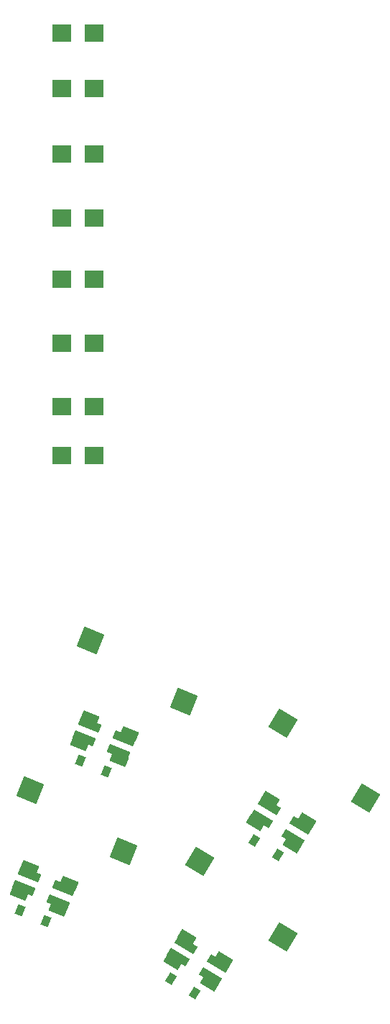
<source format=gbr>
%TF.GenerationSoftware,KiCad,Pcbnew,6.0.10-86aedd382b~118~ubuntu22.04.1*%
%TF.CreationDate,2023-01-31T18:18:49-07:00*%
%TF.ProjectId,scaarix_flow_thumb_cluster,73636161-7269-4785-9f66-6c6f775f7468,v1.0.0*%
%TF.SameCoordinates,Original*%
%TF.FileFunction,Paste,Top*%
%TF.FilePolarity,Positive*%
%FSLAX46Y46*%
G04 Gerber Fmt 4.6, Leading zero omitted, Abs format (unit mm)*
G04 Created by KiCad (PCBNEW 6.0.10-86aedd382b~118~ubuntu22.04.1) date 2023-01-31 18:18:49*
%MOMM*%
%LPD*%
G01*
G04 APERTURE LIST*
G04 Aperture macros list*
%AMRotRect*
0 Rectangle, with rotation*
0 The origin of the aperture is its center*
0 $1 length*
0 $2 width*
0 $3 Rotation angle, in degrees counterclockwise*
0 Add horizontal line*
21,1,$1,$2,0,0,$3*%
G04 Aperture macros list end*
%ADD10RotRect,0.900000X1.200000X329.000000*%
%ADD11RotRect,0.900000X1.200000X338.000000*%
%ADD12RotRect,2.600000X1.000000X329.000000*%
%ADD13RotRect,2.000000X1.200000X329.000000*%
%ADD14RotRect,2.550000X2.500000X338.000000*%
%ADD15RotRect,2.550000X2.500000X329.000000*%
%ADD16RotRect,2.600000X1.000000X338.000000*%
%ADD17RotRect,2.000000X1.200000X338.000000*%
%ADD18R,2.200000X2.000000*%
G04 APERTURE END LIST*
D10*
%TO.C,D27*%
X298179374Y-173201887D03*
X301008026Y-174901513D03*
%TD*%
D11*
%TO.C,D25*%
X277703547Y-163834099D03*
X280763253Y-165070301D03*
%TD*%
D12*
%TO.C,LED27*%
X299961190Y-169168495D03*
X299059874Y-170668538D03*
X302831410Y-172934705D03*
X303732726Y-171434662D03*
D13*
X300077443Y-168392537D03*
X298429321Y-171135472D03*
X302715157Y-173710663D03*
X304363279Y-170967728D03*
%TD*%
D14*
%TO.C,S25*%
X289938098Y-156870141D03*
X278903893Y-149672554D03*
%TD*%
D10*
%TO.C,D26*%
X288393674Y-189487987D03*
X291222326Y-191187613D03*
%TD*%
D12*
%TO.C,LED26*%
X290175490Y-185454695D03*
X289274174Y-186954738D03*
X293045710Y-189220905D03*
X293947026Y-187720862D03*
D13*
X290291743Y-184678737D03*
X288643621Y-187421672D03*
X292929457Y-189996863D03*
X294577579Y-187253928D03*
%TD*%
D15*
%TO.C,S27*%
X311352727Y-168237540D03*
X301580322Y-159402438D03*
%TD*%
D16*
%TO.C,LED24*%
X271714976Y-177188080D03*
X271059415Y-178810651D03*
X275139024Y-180458920D03*
X275794585Y-178836349D03*
D17*
X271708411Y-176403489D03*
X270509670Y-179370478D03*
X275145589Y-181243511D03*
X276344330Y-178276522D03*
%TD*%
D16*
%TO.C,LED25*%
X278832476Y-159571580D03*
X278176915Y-161194151D03*
X282256524Y-162842420D03*
X282912085Y-161219849D03*
D17*
X278825911Y-158786989D03*
X277627170Y-161753978D03*
X282263089Y-163627011D03*
X283461830Y-160660022D03*
%TD*%
D11*
%TO.C,D24*%
X270585947Y-181450499D03*
X273645653Y-182686701D03*
%TD*%
D14*
%TO.C,S24*%
X282820598Y-174486641D03*
X271786393Y-167289054D03*
%TD*%
D15*
%TO.C,S26*%
X301567027Y-184523740D03*
X291794622Y-175688638D03*
%TD*%
D18*
%TO.C,J2*%
X275550000Y-78200000D03*
X279350000Y-78200000D03*
X275550000Y-84700000D03*
X279350000Y-84700000D03*
X275550000Y-92450000D03*
X279350000Y-92450000D03*
X279350000Y-107200000D03*
X279350000Y-99950000D03*
X275550000Y-99950000D03*
X275550000Y-107200000D03*
X275550000Y-114700000D03*
X279350000Y-114700000D03*
X275550000Y-122200000D03*
X279350000Y-122200000D03*
X275550000Y-127950000D03*
X279350000Y-127950000D03*
%TD*%
M02*

</source>
